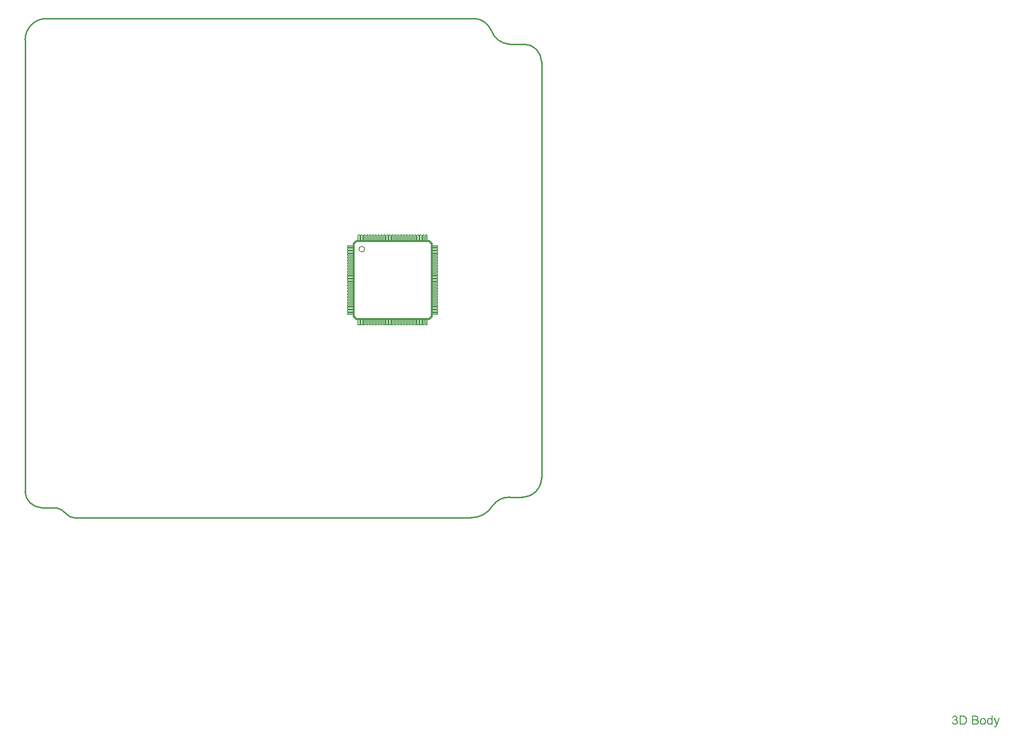
<source format=gm1>
G04*
G04 #@! TF.GenerationSoftware,Altium Limited,Altium Designer,22.10.1 (41)*
G04*
G04 Layer_Color=16711935*
%FSLAX25Y25*%
%MOIN*%
G70*
G04*
G04 #@! TF.SameCoordinates,259FC9CF-E4F6-480E-B3ED-B57B647CB087*
G04*
G04*
G04 #@! TF.FilePolarity,Positive*
G04*
G01*
G75*
%ADD11C,0.01000*%
%ADD177C,0.00500*%
G36*
X677463Y-145165D02*
X676743D01*
Y-144591D01*
X676734Y-144600D01*
X676725Y-144619D01*
X676698Y-144655D01*
X676661Y-144701D01*
X676616Y-144746D01*
X676561Y-144801D01*
X676497Y-144865D01*
X676415Y-144929D01*
X676333Y-144992D01*
X676242Y-145056D01*
X676133Y-145111D01*
X676015Y-145156D01*
X675896Y-145202D01*
X675760Y-145238D01*
X675614Y-145256D01*
X675459Y-145266D01*
X675404D01*
X675368Y-145256D01*
X675258Y-145247D01*
X675131Y-145229D01*
X674976Y-145193D01*
X674803Y-145138D01*
X674630Y-145065D01*
X674457Y-144965D01*
X674448D01*
X674438Y-144947D01*
X674384Y-144910D01*
X674302Y-144837D01*
X674202Y-144746D01*
X674083Y-144628D01*
X673965Y-144482D01*
X673846Y-144318D01*
X673746Y-144127D01*
Y-144118D01*
X673737Y-144099D01*
X673728Y-144072D01*
X673710Y-144036D01*
X673692Y-143981D01*
X673664Y-143917D01*
X673646Y-143853D01*
X673628Y-143772D01*
X673582Y-143589D01*
X673537Y-143380D01*
X673509Y-143143D01*
X673500Y-142888D01*
Y-142879D01*
Y-142860D01*
Y-142824D01*
Y-142769D01*
X673509Y-142715D01*
Y-142642D01*
X673527Y-142478D01*
X673555Y-142287D01*
X673600Y-142077D01*
X673655Y-141858D01*
X673728Y-141649D01*
Y-141640D01*
X673737Y-141622D01*
X673755Y-141594D01*
X673773Y-141558D01*
X673828Y-141458D01*
X673901Y-141330D01*
X673992Y-141193D01*
X674111Y-141057D01*
X674247Y-140911D01*
X674411Y-140793D01*
X674420D01*
X674429Y-140783D01*
X674457Y-140765D01*
X674493Y-140747D01*
X674584Y-140701D01*
X674712Y-140638D01*
X674858Y-140583D01*
X675031Y-140538D01*
X675222Y-140501D01*
X675422Y-140492D01*
X675495D01*
X675568Y-140501D01*
X675668Y-140510D01*
X675787Y-140538D01*
X675914Y-140565D01*
X676042Y-140610D01*
X676160Y-140674D01*
X676179Y-140683D01*
X676215Y-140701D01*
X676270Y-140747D01*
X676342Y-140793D01*
X676434Y-140856D01*
X676516Y-140938D01*
X676607Y-141020D01*
X676689Y-141121D01*
Y-138861D01*
X677463D01*
Y-145165D01*
D02*
G37*
G36*
X651254Y-138843D02*
X651372Y-138861D01*
X651518Y-138889D01*
X651682Y-138934D01*
X651846Y-138989D01*
X652010Y-139062D01*
X652019D01*
X652028Y-139071D01*
X652083Y-139098D01*
X652165Y-139153D01*
X652256Y-139216D01*
X652365Y-139308D01*
X652474Y-139408D01*
X652584Y-139526D01*
X652675Y-139663D01*
X652684Y-139681D01*
X652711Y-139727D01*
X652748Y-139809D01*
X652793Y-139909D01*
X652839Y-140027D01*
X652875Y-140164D01*
X652903Y-140319D01*
X652912Y-140474D01*
Y-140492D01*
Y-140547D01*
X652903Y-140620D01*
X652884Y-140720D01*
X652857Y-140838D01*
X652811Y-140966D01*
X652757Y-141093D01*
X652684Y-141221D01*
X652675Y-141239D01*
X652647Y-141275D01*
X652593Y-141339D01*
X652520Y-141412D01*
X652429Y-141494D01*
X652319Y-141585D01*
X652192Y-141667D01*
X652037Y-141749D01*
X652046D01*
X652064Y-141758D01*
X652092Y-141767D01*
X652128Y-141776D01*
X652228Y-141813D01*
X652356Y-141867D01*
X652502Y-141940D01*
X652647Y-142032D01*
X652784Y-142150D01*
X652912Y-142287D01*
X652921Y-142305D01*
X652957Y-142359D01*
X653012Y-142451D01*
X653066Y-142569D01*
X653121Y-142715D01*
X653176Y-142888D01*
X653212Y-143088D01*
X653221Y-143307D01*
Y-143316D01*
Y-143343D01*
Y-143389D01*
X653212Y-143444D01*
X653203Y-143517D01*
X653185Y-143598D01*
X653167Y-143690D01*
X653148Y-143790D01*
X653076Y-144008D01*
X653021Y-144127D01*
X652966Y-144236D01*
X652893Y-144355D01*
X652811Y-144473D01*
X652720Y-144591D01*
X652611Y-144701D01*
X652602Y-144710D01*
X652584Y-144728D01*
X652547Y-144755D01*
X652502Y-144792D01*
X652447Y-144837D01*
X652374Y-144883D01*
X652292Y-144938D01*
X652192Y-144983D01*
X652092Y-145038D01*
X651973Y-145092D01*
X651855Y-145138D01*
X651718Y-145184D01*
X651572Y-145220D01*
X651417Y-145247D01*
X651263Y-145266D01*
X651090Y-145275D01*
X651008D01*
X650953Y-145266D01*
X650880Y-145256D01*
X650798Y-145247D01*
X650707Y-145229D01*
X650607Y-145211D01*
X650388Y-145156D01*
X650160Y-145065D01*
X650042Y-145010D01*
X649933Y-144947D01*
X649823Y-144865D01*
X649714Y-144783D01*
X649705Y-144774D01*
X649687Y-144755D01*
X649659Y-144728D01*
X649632Y-144692D01*
X649586Y-144646D01*
X649541Y-144582D01*
X649486Y-144519D01*
X649432Y-144437D01*
X649377Y-144345D01*
X649322Y-144254D01*
X649222Y-144036D01*
X649140Y-143781D01*
X649113Y-143644D01*
X649094Y-143498D01*
X649869Y-143398D01*
Y-143407D01*
X649878Y-143425D01*
X649887Y-143462D01*
X649896Y-143507D01*
X649905Y-143562D01*
X649924Y-143626D01*
X649969Y-143762D01*
X650033Y-143926D01*
X650115Y-144081D01*
X650206Y-144227D01*
X650315Y-144355D01*
X650333Y-144364D01*
X650370Y-144400D01*
X650443Y-144446D01*
X650534Y-144491D01*
X650643Y-144546D01*
X650780Y-144591D01*
X650935Y-144628D01*
X651099Y-144637D01*
X651153D01*
X651190Y-144628D01*
X651290Y-144619D01*
X651417Y-144591D01*
X651563Y-144546D01*
X651718Y-144482D01*
X651873Y-144391D01*
X652019Y-144264D01*
X652037Y-144245D01*
X652083Y-144191D01*
X652137Y-144109D01*
X652210Y-143999D01*
X652283Y-143863D01*
X652338Y-143708D01*
X652383Y-143526D01*
X652401Y-143325D01*
Y-143316D01*
Y-143298D01*
Y-143271D01*
X652392Y-143234D01*
X652383Y-143134D01*
X652356Y-143015D01*
X652319Y-142870D01*
X652256Y-142724D01*
X652165Y-142578D01*
X652046Y-142441D01*
X652028Y-142423D01*
X651982Y-142387D01*
X651909Y-142332D01*
X651809Y-142268D01*
X651682Y-142205D01*
X651527Y-142150D01*
X651354Y-142113D01*
X651162Y-142095D01*
X651081D01*
X651017Y-142104D01*
X650935Y-142113D01*
X650844Y-142132D01*
X650734Y-142150D01*
X650616Y-142177D01*
X650707Y-141494D01*
X650752D01*
X650789Y-141503D01*
X650907D01*
X651008Y-141485D01*
X651126Y-141467D01*
X651263Y-141439D01*
X651417Y-141394D01*
X651563Y-141330D01*
X651718Y-141248D01*
X651727D01*
X651736Y-141239D01*
X651782Y-141202D01*
X651846Y-141139D01*
X651919Y-141057D01*
X651992Y-140938D01*
X652055Y-140802D01*
X652101Y-140647D01*
X652119Y-140556D01*
Y-140455D01*
Y-140446D01*
Y-140437D01*
Y-140383D01*
X652101Y-140310D01*
X652083Y-140209D01*
X652046Y-140100D01*
X652001Y-139982D01*
X651928Y-139863D01*
X651827Y-139754D01*
X651818Y-139745D01*
X651773Y-139708D01*
X651709Y-139663D01*
X651627Y-139608D01*
X651518Y-139563D01*
X651390Y-139517D01*
X651244Y-139481D01*
X651081Y-139472D01*
X651008D01*
X650926Y-139490D01*
X650816Y-139508D01*
X650698Y-139544D01*
X650579Y-139590D01*
X650452Y-139663D01*
X650333Y-139754D01*
X650324Y-139763D01*
X650288Y-139809D01*
X650233Y-139873D01*
X650170Y-139964D01*
X650106Y-140082D01*
X650042Y-140228D01*
X649987Y-140401D01*
X649951Y-140601D01*
X649177Y-140465D01*
Y-140455D01*
X649186Y-140428D01*
X649195Y-140392D01*
X649204Y-140337D01*
X649222Y-140273D01*
X649249Y-140200D01*
X649304Y-140027D01*
X649395Y-139827D01*
X649504Y-139627D01*
X649641Y-139435D01*
X649814Y-139262D01*
X649823Y-139253D01*
X649841Y-139244D01*
X649869Y-139226D01*
X649905Y-139198D01*
X649951Y-139162D01*
X650015Y-139125D01*
X650078Y-139089D01*
X650160Y-139043D01*
X650343Y-138971D01*
X650552Y-138898D01*
X650798Y-138852D01*
X650926Y-138834D01*
X651153D01*
X651254Y-138843D01*
D02*
G37*
G36*
X680697Y-145238D02*
Y-145247D01*
X680688Y-145275D01*
X680670Y-145311D01*
X680652Y-145357D01*
X680624Y-145420D01*
X680597Y-145493D01*
X680533Y-145648D01*
X680469Y-145821D01*
X680397Y-145994D01*
X680324Y-146149D01*
X680287Y-146213D01*
X680260Y-146277D01*
X680251Y-146295D01*
X680223Y-146341D01*
X680178Y-146404D01*
X680123Y-146486D01*
X680050Y-146577D01*
X679968Y-146669D01*
X679886Y-146760D01*
X679786Y-146833D01*
X679777Y-146842D01*
X679740Y-146860D01*
X679686Y-146887D01*
X679604Y-146924D01*
X679513Y-146960D01*
X679403Y-146987D01*
X679285Y-147006D01*
X679148Y-147015D01*
X679112D01*
X679066Y-147006D01*
X679003D01*
X678930Y-146987D01*
X678848Y-146969D01*
X678757Y-146951D01*
X678656Y-146915D01*
X678574Y-146195D01*
X678584D01*
X678620Y-146204D01*
X678665Y-146213D01*
X678720Y-146231D01*
X678866Y-146259D01*
X679012Y-146268D01*
X679057D01*
X679103Y-146259D01*
X679157D01*
X679294Y-146231D01*
X679358Y-146204D01*
X679422Y-146177D01*
X679431D01*
X679449Y-146158D01*
X679476Y-146140D01*
X679513Y-146113D01*
X679595Y-146040D01*
X679668Y-145940D01*
Y-145931D01*
X679686Y-145912D01*
X679704Y-145876D01*
X679722Y-145821D01*
X679759Y-145748D01*
X679795Y-145639D01*
X679850Y-145511D01*
X679905Y-145357D01*
Y-145348D01*
X679923Y-145311D01*
X679941Y-145247D01*
X679977Y-145165D01*
X678246Y-140592D01*
X679066D01*
X680023Y-143243D01*
Y-143252D01*
X680032Y-143261D01*
X680041Y-143289D01*
X680050Y-143334D01*
X680068Y-143380D01*
X680087Y-143435D01*
X680132Y-143562D01*
X680187Y-143717D01*
X680242Y-143899D01*
X680296Y-144090D01*
X680351Y-144300D01*
Y-144291D01*
X680360Y-144273D01*
X680369Y-144245D01*
X680378Y-144209D01*
X680387Y-144163D01*
X680406Y-144109D01*
X680442Y-143972D01*
X680488Y-143817D01*
X680551Y-143635D01*
X680606Y-143453D01*
X680679Y-143261D01*
X681663Y-140592D01*
X682437D01*
X680697Y-145238D01*
D02*
G37*
G36*
X665620Y-138870D02*
X665693D01*
X665857Y-138889D01*
X666039Y-138907D01*
X666230Y-138943D01*
X666422Y-138989D01*
X666595Y-139052D01*
X666604D01*
X666613Y-139062D01*
X666668Y-139089D01*
X666750Y-139135D01*
X666841Y-139198D01*
X666950Y-139280D01*
X667068Y-139381D01*
X667178Y-139508D01*
X667278Y-139645D01*
X667287Y-139663D01*
X667314Y-139718D01*
X667360Y-139790D01*
X667406Y-139900D01*
X667451Y-140027D01*
X667497Y-140164D01*
X667524Y-140319D01*
X667533Y-140474D01*
Y-140492D01*
Y-140538D01*
X667524Y-140620D01*
X667506Y-140720D01*
X667479Y-140838D01*
X667433Y-140966D01*
X667378Y-141093D01*
X667305Y-141230D01*
X667296Y-141248D01*
X667269Y-141285D01*
X667214Y-141357D01*
X667141Y-141430D01*
X667050Y-141521D01*
X666941Y-141622D01*
X666804Y-141713D01*
X666649Y-141804D01*
X666659D01*
X666677Y-141813D01*
X666704Y-141822D01*
X666741Y-141840D01*
X666850Y-141877D01*
X666977Y-141940D01*
X667114Y-142022D01*
X667269Y-142123D01*
X667406Y-142241D01*
X667533Y-142387D01*
X667542Y-142405D01*
X667579Y-142460D01*
X667633Y-142542D01*
X667688Y-142651D01*
X667743Y-142797D01*
X667797Y-142952D01*
X667834Y-143134D01*
X667843Y-143334D01*
Y-143343D01*
Y-143352D01*
Y-143407D01*
X667834Y-143498D01*
X667815Y-143607D01*
X667797Y-143735D01*
X667761Y-143872D01*
X667715Y-144018D01*
X667652Y-144163D01*
X667642Y-144182D01*
X667615Y-144227D01*
X667579Y-144291D01*
X667524Y-144382D01*
X667451Y-144473D01*
X667378Y-144573D01*
X667287Y-144673D01*
X667187Y-144755D01*
X667178Y-144764D01*
X667141Y-144792D01*
X667078Y-144828D01*
X666996Y-144865D01*
X666895Y-144919D01*
X666777Y-144974D01*
X666649Y-145020D01*
X666495Y-145065D01*
X666476D01*
X666422Y-145083D01*
X666331Y-145092D01*
X666212Y-145111D01*
X666066Y-145129D01*
X665893Y-145147D01*
X665702Y-145156D01*
X665483Y-145165D01*
X663078D01*
Y-138861D01*
X665556D01*
X665620Y-138870D01*
D02*
G37*
G36*
X656893D02*
X657075Y-138880D01*
X657257Y-138898D01*
X657439Y-138925D01*
X657594Y-138952D01*
X657603D01*
X657621Y-138961D01*
X657649D01*
X657685Y-138980D01*
X657785Y-139007D01*
X657913Y-139052D01*
X658059Y-139116D01*
X658214Y-139198D01*
X658368Y-139289D01*
X658514Y-139408D01*
X658523Y-139417D01*
X658532Y-139426D01*
X658560Y-139453D01*
X658596Y-139481D01*
X658687Y-139572D01*
X658797Y-139699D01*
X658915Y-139854D01*
X659043Y-140036D01*
X659161Y-140246D01*
X659261Y-140483D01*
Y-140492D01*
X659270Y-140510D01*
X659289Y-140547D01*
X659298Y-140601D01*
X659325Y-140665D01*
X659343Y-140738D01*
X659362Y-140820D01*
X659389Y-140920D01*
X659416Y-141020D01*
X659434Y-141139D01*
X659480Y-141394D01*
X659507Y-141676D01*
X659516Y-141986D01*
Y-141995D01*
Y-142013D01*
Y-142059D01*
Y-142104D01*
X659507Y-142168D01*
Y-142241D01*
X659498Y-142414D01*
X659471Y-142615D01*
X659444Y-142824D01*
X659398Y-143043D01*
X659343Y-143261D01*
Y-143271D01*
X659334Y-143289D01*
X659325Y-143316D01*
X659316Y-143352D01*
X659279Y-143453D01*
X659225Y-143580D01*
X659170Y-143726D01*
X659097Y-143872D01*
X659006Y-144027D01*
X658915Y-144172D01*
X658906Y-144191D01*
X658870Y-144236D01*
X658815Y-144300D01*
X658742Y-144382D01*
X658660Y-144473D01*
X658560Y-144564D01*
X658460Y-144664D01*
X658341Y-144746D01*
X658323Y-144755D01*
X658287Y-144783D01*
X658223Y-144819D01*
X658132Y-144865D01*
X658022Y-144919D01*
X657895Y-144965D01*
X657749Y-145020D01*
X657585Y-145065D01*
X657567D01*
X657540Y-145074D01*
X657512Y-145083D01*
X657421Y-145092D01*
X657294Y-145111D01*
X657148Y-145129D01*
X656975Y-145147D01*
X656783Y-145156D01*
X656574Y-145165D01*
X654305D01*
Y-138861D01*
X656729D01*
X656893Y-138870D01*
D02*
G37*
G36*
X670895Y-140501D02*
X670977Y-140510D01*
X671068Y-140528D01*
X671168Y-140547D01*
X671286Y-140565D01*
X671532Y-140647D01*
X671660Y-140692D01*
X671788Y-140756D01*
X671915Y-140820D01*
X672043Y-140911D01*
X672161Y-141002D01*
X672279Y-141111D01*
X672289Y-141121D01*
X672307Y-141139D01*
X672334Y-141175D01*
X672370Y-141221D01*
X672416Y-141285D01*
X672471Y-141367D01*
X672525Y-141458D01*
X672580Y-141558D01*
X672635Y-141667D01*
X672689Y-141804D01*
X672744Y-141940D01*
X672790Y-142095D01*
X672826Y-142259D01*
X672853Y-142432D01*
X672872Y-142615D01*
X672881Y-142815D01*
Y-142824D01*
Y-142851D01*
Y-142897D01*
Y-142961D01*
X672872Y-143034D01*
X672862Y-143125D01*
Y-143216D01*
X672844Y-143316D01*
X672817Y-143544D01*
X672762Y-143772D01*
X672698Y-143999D01*
X672607Y-144209D01*
Y-144218D01*
X672598Y-144227D01*
X672580Y-144254D01*
X672562Y-144291D01*
X672498Y-144382D01*
X672416Y-144491D01*
X672307Y-144619D01*
X672170Y-144746D01*
X672015Y-144874D01*
X671833Y-144992D01*
X671824D01*
X671815Y-145001D01*
X671788Y-145020D01*
X671742Y-145038D01*
X671696Y-145056D01*
X671642Y-145074D01*
X671505Y-145129D01*
X671350Y-145175D01*
X671159Y-145220D01*
X670959Y-145256D01*
X670740Y-145266D01*
X670649D01*
X670576Y-145256D01*
X670494Y-145247D01*
X670403Y-145229D01*
X670294Y-145211D01*
X670184Y-145193D01*
X669938Y-145120D01*
X669802Y-145065D01*
X669674Y-145010D01*
X669546Y-144938D01*
X669419Y-144856D01*
X669301Y-144764D01*
X669182Y-144655D01*
X669173Y-144646D01*
X669155Y-144628D01*
X669127Y-144591D01*
X669091Y-144537D01*
X669045Y-144473D01*
X669000Y-144400D01*
X668945Y-144309D01*
X668890Y-144200D01*
X668836Y-144081D01*
X668781Y-143945D01*
X668736Y-143799D01*
X668690Y-143644D01*
X668654Y-143471D01*
X668626Y-143289D01*
X668608Y-143088D01*
X668599Y-142879D01*
Y-142860D01*
Y-142824D01*
X668608Y-142760D01*
Y-142669D01*
X668617Y-142569D01*
X668635Y-142441D01*
X668654Y-142314D01*
X668690Y-142168D01*
X668726Y-142022D01*
X668772Y-141867D01*
X668827Y-141704D01*
X668900Y-141549D01*
X668972Y-141403D01*
X669073Y-141257D01*
X669173Y-141121D01*
X669301Y-141002D01*
X669310Y-140993D01*
X669328Y-140984D01*
X669364Y-140956D01*
X669410Y-140920D01*
X669464Y-140884D01*
X669537Y-140838D01*
X669610Y-140793D01*
X669701Y-140747D01*
X669802Y-140701D01*
X669911Y-140656D01*
X670157Y-140574D01*
X670439Y-140510D01*
X670585Y-140501D01*
X670740Y-140492D01*
X670831D01*
X670895Y-140501D01*
D02*
G37*
%LPC*%
G36*
X675504Y-141130D02*
X675459D01*
X675422Y-141139D01*
X675322Y-141148D01*
X675204Y-141184D01*
X675067Y-141230D01*
X674921Y-141312D01*
X674776Y-141412D01*
X674703Y-141485D01*
X674639Y-141558D01*
Y-141567D01*
X674621Y-141576D01*
X674612Y-141603D01*
X674584Y-141640D01*
X674557Y-141685D01*
X674530Y-141740D01*
X674502Y-141804D01*
X674466Y-141877D01*
X674429Y-141968D01*
X674402Y-142068D01*
X674375Y-142177D01*
X674347Y-142296D01*
X674329Y-142423D01*
X674311Y-142569D01*
X674293Y-142724D01*
Y-142888D01*
Y-142897D01*
Y-142924D01*
Y-142970D01*
X674302Y-143034D01*
Y-143106D01*
X674311Y-143189D01*
X674338Y-143380D01*
X674384Y-143589D01*
X674448Y-143808D01*
X674539Y-144018D01*
X674593Y-144109D01*
X674657Y-144200D01*
X674666D01*
X674675Y-144218D01*
X674721Y-144264D01*
X674803Y-144336D01*
X674903Y-144409D01*
X675031Y-144491D01*
X675185Y-144564D01*
X675350Y-144610D01*
X675441Y-144619D01*
X675532Y-144628D01*
X675577D01*
X675614Y-144619D01*
X675714Y-144610D01*
X675832Y-144573D01*
X675969Y-144528D01*
X676115Y-144455D01*
X676261Y-144355D01*
X676333Y-144291D01*
X676397Y-144218D01*
Y-144209D01*
X676415Y-144200D01*
X676434Y-144172D01*
X676452Y-144136D01*
X676479Y-144090D01*
X676516Y-144045D01*
X676543Y-143972D01*
X676579Y-143899D01*
X676616Y-143817D01*
X676643Y-143726D01*
X676680Y-143617D01*
X676707Y-143507D01*
X676725Y-143380D01*
X676743Y-143252D01*
X676762Y-143106D01*
Y-142952D01*
Y-142943D01*
Y-142906D01*
Y-142860D01*
X676753Y-142797D01*
Y-142724D01*
X676743Y-142633D01*
X676734Y-142533D01*
X676716Y-142423D01*
X676671Y-142205D01*
X676607Y-141977D01*
X676516Y-141758D01*
X676461Y-141667D01*
X676397Y-141576D01*
Y-141567D01*
X676379Y-141558D01*
X676333Y-141503D01*
X676251Y-141430D01*
X676151Y-141348D01*
X676024Y-141266D01*
X675869Y-141202D01*
X675696Y-141148D01*
X675605Y-141139D01*
X675504Y-141130D01*
D02*
G37*
G36*
X665411Y-139608D02*
X663916D01*
Y-141503D01*
X665465D01*
X665584Y-141494D01*
X665711Y-141485D01*
X665839Y-141476D01*
X665966Y-141458D01*
X666066Y-141439D01*
X666085Y-141430D01*
X666121Y-141421D01*
X666176Y-141394D01*
X666249Y-141357D01*
X666322Y-141321D01*
X666403Y-141266D01*
X666486Y-141193D01*
X666549Y-141121D01*
X666558Y-141111D01*
X666577Y-141084D01*
X666604Y-141029D01*
X666631Y-140966D01*
X666659Y-140893D01*
X666686Y-140802D01*
X666704Y-140692D01*
X666713Y-140574D01*
Y-140556D01*
Y-140519D01*
X666704Y-140465D01*
X666695Y-140392D01*
X666677Y-140301D01*
X666649Y-140209D01*
X666613Y-140118D01*
X666558Y-140027D01*
X666549Y-140018D01*
X666531Y-139991D01*
X666495Y-139945D01*
X666449Y-139900D01*
X666385Y-139845D01*
X666312Y-139790D01*
X666221Y-139736D01*
X666121Y-139699D01*
X666112D01*
X666066Y-139681D01*
X666003Y-139672D01*
X665902Y-139654D01*
X665766Y-139636D01*
X665611Y-139627D01*
X665411Y-139608D01*
D02*
G37*
G36*
X665575Y-142250D02*
X663916D01*
Y-144418D01*
X665711D01*
X665902Y-144409D01*
X665984Y-144400D01*
X666057Y-144391D01*
X666066D01*
X666103Y-144382D01*
X666157Y-144373D01*
X666221Y-144355D01*
X666376Y-144300D01*
X666531Y-144227D01*
X666540Y-144218D01*
X666568Y-144200D01*
X666604Y-144172D01*
X666649Y-144136D01*
X666695Y-144081D01*
X666759Y-144027D01*
X666804Y-143954D01*
X666859Y-143872D01*
X666868Y-143863D01*
X666877Y-143835D01*
X666895Y-143781D01*
X666923Y-143717D01*
X666950Y-143644D01*
X666968Y-143553D01*
X666977Y-143444D01*
X666987Y-143334D01*
Y-143316D01*
Y-143280D01*
X666977Y-143207D01*
X666959Y-143125D01*
X666941Y-143034D01*
X666904Y-142933D01*
X666859Y-142833D01*
X666795Y-142733D01*
X666786Y-142724D01*
X666759Y-142687D01*
X666722Y-142642D01*
X666668Y-142587D01*
X666595Y-142524D01*
X666504Y-142460D01*
X666403Y-142405D01*
X666285Y-142359D01*
X666267Y-142350D01*
X666230Y-142341D01*
X666148Y-142323D01*
X666048Y-142305D01*
X665921Y-142287D01*
X665766Y-142268D01*
X665575Y-142250D01*
D02*
G37*
G36*
X656601Y-139608D02*
X655143D01*
Y-144418D01*
X656638D01*
X656701Y-144409D01*
X656838Y-144400D01*
X656993Y-144391D01*
X657157Y-144373D01*
X657321Y-144345D01*
X657457Y-144309D01*
X657476Y-144300D01*
X657521Y-144291D01*
X657585Y-144264D01*
X657667Y-144227D01*
X657758Y-144172D01*
X657849Y-144118D01*
X657940Y-144054D01*
X658031Y-143981D01*
X658041Y-143963D01*
X658077Y-143926D01*
X658132Y-143863D01*
X658195Y-143772D01*
X658268Y-143653D01*
X658350Y-143517D01*
X658423Y-143362D01*
X658487Y-143189D01*
Y-143179D01*
X658496Y-143161D01*
X658505Y-143134D01*
X658514Y-143097D01*
X658523Y-143052D01*
X658542Y-142988D01*
X658560Y-142924D01*
X658578Y-142851D01*
X658605Y-142669D01*
X658633Y-142460D01*
X658651Y-142223D01*
X658660Y-141968D01*
Y-141959D01*
Y-141922D01*
Y-141877D01*
X658651Y-141804D01*
Y-141722D01*
X658642Y-141631D01*
X658633Y-141521D01*
X658624Y-141412D01*
X658578Y-141166D01*
X658523Y-140911D01*
X658441Y-140674D01*
X658387Y-140556D01*
X658332Y-140455D01*
Y-140446D01*
X658314Y-140428D01*
X658296Y-140401D01*
X658277Y-140364D01*
X658205Y-140273D01*
X658113Y-140164D01*
X657995Y-140045D01*
X657858Y-139927D01*
X657703Y-139827D01*
X657540Y-139745D01*
X657521Y-139736D01*
X657476Y-139727D01*
X657394Y-139699D01*
X657275Y-139672D01*
X657129Y-139654D01*
X656947Y-139627D01*
X656838Y-139617D01*
X656720D01*
X656601Y-139608D01*
D02*
G37*
G36*
X670740Y-141130D02*
X670685D01*
X670640Y-141139D01*
X670539Y-141148D01*
X670403Y-141184D01*
X670248Y-141239D01*
X670084Y-141312D01*
X669929Y-141421D01*
X669847Y-141494D01*
X669774Y-141567D01*
Y-141576D01*
X669756Y-141585D01*
X669738Y-141613D01*
X669710Y-141649D01*
X669683Y-141694D01*
X669656Y-141749D01*
X669619Y-141822D01*
X669583Y-141895D01*
X669546Y-141986D01*
X669510Y-142077D01*
X669483Y-142186D01*
X669455Y-142305D01*
X669428Y-142432D01*
X669410Y-142569D01*
X669401Y-142724D01*
X669392Y-142879D01*
Y-142888D01*
Y-142915D01*
Y-142961D01*
X669401Y-143025D01*
Y-143097D01*
X669410Y-143179D01*
X669437Y-143371D01*
X669483Y-143589D01*
X669556Y-143808D01*
X669647Y-144018D01*
X669710Y-144109D01*
X669774Y-144200D01*
X669783D01*
X669792Y-144218D01*
X669847Y-144264D01*
X669929Y-144336D01*
X670038Y-144409D01*
X670175Y-144491D01*
X670339Y-144564D01*
X670530Y-144610D01*
X670631Y-144619D01*
X670740Y-144628D01*
X670794D01*
X670840Y-144619D01*
X670940Y-144600D01*
X671077Y-144573D01*
X671223Y-144519D01*
X671387Y-144446D01*
X671542Y-144336D01*
X671624Y-144264D01*
X671696Y-144191D01*
X671705Y-144182D01*
X671715Y-144172D01*
X671733Y-144145D01*
X671760Y-144109D01*
X671788Y-144063D01*
X671824Y-144008D01*
X671860Y-143936D01*
X671897Y-143863D01*
X671933Y-143772D01*
X671961Y-143671D01*
X671997Y-143562D01*
X672024Y-143444D01*
X672052Y-143307D01*
X672070Y-143170D01*
X672088Y-143015D01*
Y-142851D01*
Y-142842D01*
Y-142815D01*
Y-142769D01*
X672079Y-142715D01*
Y-142642D01*
X672070Y-142560D01*
X672043Y-142369D01*
X671997Y-142168D01*
X671924Y-141949D01*
X671824Y-141749D01*
X671769Y-141649D01*
X671696Y-141567D01*
Y-141558D01*
X671678Y-141549D01*
X671624Y-141494D01*
X671542Y-141430D01*
X671432Y-141348D01*
X671296Y-141266D01*
X671132Y-141193D01*
X670949Y-141148D01*
X670849Y-141139D01*
X670740Y-141130D01*
D02*
G37*
%LPD*%
D11*
X14449Y349882D02*
G03*
X45Y335005I609J-15002D01*
G01*
X326575Y341220D02*
G03*
X314724Y349882I-12571J-4763D01*
G01*
X326575Y341339D02*
G03*
X338898Y331928I13326J4677D01*
G01*
X361631Y319611D02*
G03*
X349410Y331906I-12330J-35D01*
G01*
X339435Y14356D02*
G03*
X327284Y8150I-253J-14503D01*
G01*
X348242Y14356D02*
G03*
X361631Y27953I-102J13490D01*
G01*
X311967Y-72D02*
G03*
X327284Y8150I575J17307D01*
G01*
X29278Y2252D02*
G03*
X34488Y-72I4950J4095D01*
G01*
X29278Y2252D02*
G03*
X21524Y6947I-10086J-7908D01*
G01*
X39Y18032D02*
G03*
X11317Y6947I11796J722D01*
G01*
X39Y18032D02*
Y334880D01*
X14449Y349882D02*
X16575D01*
X314724D01*
X338898Y331928D02*
X349301D01*
X361631Y27953D02*
X361631Y319611D01*
X339181Y14356D02*
X348242D01*
X34488Y-72D02*
X311967Y-72D01*
X11317Y6947D02*
X21524D01*
D177*
X237248Y198056D02*
G03*
X237209Y198016I-0J-39D01*
G01*
X238272D02*
G03*
X238232Y198056I-39J-0D01*
G01*
X225929Y173942D02*
G03*
X225968Y173902I39J-0D01*
G01*
Y174965D02*
G03*
X225929Y174926I0J-39D01*
G01*
Y152288D02*
G03*
X225968Y152249I39J0D01*
G01*
Y153312D02*
G03*
X225929Y153272I0J-39D01*
G01*
X277602Y135064D02*
G03*
X277642Y135103I0J39D01*
G01*
X276579D02*
G03*
X276618Y135064I39J-0D01*
G01*
X265791D02*
G03*
X265831Y135103I-0J39D01*
G01*
X264768D02*
G03*
X264807Y135064I39J-0D01*
G01*
X244138D02*
G03*
X244177Y135103I0J39D01*
G01*
X243114D02*
G03*
X243154Y135064I39J0D01*
G01*
X288921Y159178D02*
G03*
X288882Y159217I-39J0D01*
G01*
Y158154D02*
G03*
X288921Y158194I0J39D01*
G01*
Y180831D02*
G03*
X288882Y180871I-39J0D01*
G01*
Y179808D02*
G03*
X288921Y179847I0J39D01*
G01*
X270712Y198056D02*
G03*
X270673Y198016I0J-39D01*
G01*
X271736D02*
G03*
X271697Y198056I-39J-0D01*
G01*
X249059D02*
G03*
X249020Y198016I-0J-39D01*
G01*
X250083D02*
G03*
X250043Y198056I-39J-0D01*
G01*
X225929Y185753D02*
G03*
X225968Y185713I39J-0D01*
G01*
Y186776D02*
G03*
X225929Y186737I0J-39D01*
G01*
Y164099D02*
G03*
X225968Y164060I39J-0D01*
G01*
Y165123D02*
G03*
X225929Y165083I0J-39D01*
G01*
Y142446D02*
G03*
X225968Y142406I39J-0D01*
G01*
Y143469D02*
G03*
X225929Y143430I0J-39D01*
G01*
X288921Y147367D02*
G03*
X288882Y147406I-39J-0D01*
G01*
Y146343D02*
G03*
X288921Y146382I0J39D01*
G01*
X253980Y135064D02*
G03*
X254020Y135103I0J39D01*
G01*
X252957D02*
G03*
X252996Y135064I39J0D01*
G01*
X288921Y169020D02*
G03*
X288882Y169060I-39J0D01*
G01*
Y167997D02*
G03*
X288921Y168036I0J39D01*
G01*
Y190674D02*
G03*
X288882Y190713I-39J-0D01*
G01*
Y189650D02*
G03*
X288921Y189690I0J39D01*
G01*
X260870Y198056D02*
G03*
X260831Y198016I-0J-39D01*
G01*
X261894D02*
G03*
X261854Y198056I-39J0D01*
G01*
X239216D02*
G03*
X239177Y198016I-0J-39D01*
G01*
X240240D02*
G03*
X240201Y198056I-39J-0D01*
G01*
X225929Y175910D02*
G03*
X225968Y175871I39J-0D01*
G01*
Y176934D02*
G03*
X225929Y176894I0J-39D01*
G01*
Y154256D02*
G03*
X225968Y154217I39J0D01*
G01*
Y155280D02*
G03*
X225929Y155241I0J-39D01*
G01*
X275634Y135064D02*
G03*
X275673Y135103I0J39D01*
G01*
X274610D02*
G03*
X274650Y135064I39J-0D01*
G01*
X263823D02*
G03*
X263862Y135103I-0J39D01*
G01*
X262799D02*
G03*
X262839Y135064I39J0D01*
G01*
X242169D02*
G03*
X242209Y135103I0J39D01*
G01*
X241146D02*
G03*
X241185Y135064I39J0D01*
G01*
X288921Y157209D02*
G03*
X288882Y157249I-39J0D01*
G01*
Y156186D02*
G03*
X288921Y156225I0J39D01*
G01*
Y178863D02*
G03*
X288882Y178902I-39J0D01*
G01*
Y177839D02*
G03*
X288921Y177879I0J39D01*
G01*
X272681Y198056D02*
G03*
X272642Y198016I0J-39D01*
G01*
X273705D02*
G03*
X273665Y198056I-39J-0D01*
G01*
X251027D02*
G03*
X250988Y198016I-0J-39D01*
G01*
X252051D02*
G03*
X252012Y198056I-39J-0D01*
G01*
X225929Y187721D02*
G03*
X225968Y187682I39J-0D01*
G01*
Y188745D02*
G03*
X225929Y188705I0J-39D01*
G01*
Y166068D02*
G03*
X225968Y166028I39J-0D01*
G01*
Y167091D02*
G03*
X225929Y167052I0J-39D01*
G01*
Y144414D02*
G03*
X225968Y144375I39J-0D01*
G01*
Y145438D02*
G03*
X225929Y145398I0J-39D01*
G01*
X288921D02*
G03*
X288882Y145438I-39J-0D01*
G01*
Y144375D02*
G03*
X288921Y144414I0J39D01*
G01*
X252012Y135064D02*
G03*
X252051Y135103I0J39D01*
G01*
X250988D02*
G03*
X251027Y135064I39J0D01*
G01*
X288921Y167052D02*
G03*
X288882Y167091I-39J0D01*
G01*
Y166028D02*
G03*
X288921Y166068I0J39D01*
G01*
Y188705D02*
G03*
X288882Y188745I-39J-0D01*
G01*
Y187682D02*
G03*
X288921Y187721I0J39D01*
G01*
X262839Y198056D02*
G03*
X262799Y198016I-0J-39D01*
G01*
X263862D02*
G03*
X263823Y198056I-39J0D01*
G01*
X241185D02*
G03*
X241146Y198016I-0J-39D01*
G01*
X242209D02*
G03*
X242169Y198056I-39J-0D01*
G01*
X225929Y177879D02*
G03*
X225968Y177839I39J-0D01*
G01*
Y178902D02*
G03*
X225929Y178863I0J-39D01*
G01*
Y156225D02*
G03*
X225968Y156186I39J0D01*
G01*
Y157249D02*
G03*
X225929Y157209I0J-39D01*
G01*
X273665Y135064D02*
G03*
X273705Y135103I0J39D01*
G01*
X272642D02*
G03*
X272681Y135064I39J-0D01*
G01*
X261854D02*
G03*
X261894Y135103I-0J39D01*
G01*
X260831D02*
G03*
X260870Y135064I39J0D01*
G01*
X240201D02*
G03*
X240240Y135103I0J39D01*
G01*
X239177D02*
G03*
X239216Y135064I39J0D01*
G01*
X288921Y155241D02*
G03*
X288882Y155280I-39J0D01*
G01*
Y154217D02*
G03*
X288921Y154256I0J39D01*
G01*
Y176894D02*
G03*
X288882Y176934I-39J0D01*
G01*
Y175871D02*
G03*
X288921Y175910I0J39D01*
G01*
X274650Y198056D02*
G03*
X274610Y198016I0J-39D01*
G01*
X275673D02*
G03*
X275634Y198056I-39J-0D01*
G01*
X252996D02*
G03*
X252957Y198016I-0J-39D01*
G01*
X254020D02*
G03*
X253980Y198056I-39J-0D01*
G01*
X225929Y189690D02*
G03*
X225968Y189650I39J-0D01*
G01*
Y190713D02*
G03*
X225929Y190674I0J-39D01*
G01*
Y168036D02*
G03*
X225968Y167997I39J-0D01*
G01*
Y169060D02*
G03*
X225929Y169020I0J-39D01*
G01*
Y146382D02*
G03*
X225968Y146343I39J-0D01*
G01*
Y147406D02*
G03*
X225929Y147367I0J-39D01*
G01*
X288921Y143430D02*
G03*
X288882Y143469I-39J-0D01*
G01*
Y142406D02*
G03*
X288921Y142446I0J39D01*
G01*
X250043Y135064D02*
G03*
X250083Y135103I0J39D01*
G01*
X249020D02*
G03*
X249059Y135064I39J0D01*
G01*
X288921Y165083D02*
G03*
X288882Y165123I-39J0D01*
G01*
Y164060D02*
G03*
X288921Y164099I0J39D01*
G01*
X258902Y198056D02*
G03*
X258862Y198016I-0J-39D01*
G01*
X259925D02*
G03*
X259886Y198056I-39J0D01*
G01*
X288921Y186737D02*
G03*
X288882Y186776I-39J0D01*
G01*
Y185713D02*
G03*
X288921Y185753I0J39D01*
G01*
X264807Y198056D02*
G03*
X264768Y198016I0J-39D01*
G01*
X265831D02*
G03*
X265791Y198056I-39J0D01*
G01*
X243154D02*
G03*
X243114Y198016I-0J-39D01*
G01*
X244177D02*
G03*
X244138Y198056I-39J-0D01*
G01*
X225929Y179847D02*
G03*
X225968Y179808I39J-0D01*
G01*
Y180871D02*
G03*
X225929Y180831I0J-39D01*
G01*
Y158194D02*
G03*
X225968Y158154I39J0D01*
G01*
Y159217D02*
G03*
X225929Y159178I0J-39D01*
G01*
X271697Y135064D02*
G03*
X271736Y135103I0J39D01*
G01*
X270673D02*
G03*
X270712Y135064I39J-0D01*
G01*
X259886D02*
G03*
X259925Y135103I-0J39D01*
G01*
X258862D02*
G03*
X258902Y135064I39J0D01*
G01*
X238232D02*
G03*
X238272Y135103I0J39D01*
G01*
X237209D02*
G03*
X237248Y135064I39J0D01*
G01*
X288921Y153272D02*
G03*
X288882Y153312I-39J0D01*
G01*
Y152249D02*
G03*
X288921Y152288I0J39D01*
G01*
Y174926D02*
G03*
X288882Y174965I-39J0D01*
G01*
Y173902D02*
G03*
X288921Y173942I0J39D01*
G01*
X276618Y198056D02*
G03*
X276579Y198016I0J-39D01*
G01*
X277642D02*
G03*
X277602Y198056I-39J-0D01*
G01*
X254964D02*
G03*
X254925Y198016I-0J-39D01*
G01*
X255988D02*
G03*
X255949Y198056I-39J0D01*
G01*
X233311D02*
G03*
X233272Y198016I-0J-39D01*
G01*
X234335D02*
G03*
X234295Y198056I-39J-0D01*
G01*
X225929Y170005D02*
G03*
X225968Y169965I39J-0D01*
G01*
Y171028D02*
G03*
X225929Y170989I0J-39D01*
G01*
Y148351D02*
G03*
X225968Y148312I39J0D01*
G01*
Y149375D02*
G03*
X225929Y149335I0J-39D01*
G01*
X281539Y135064D02*
G03*
X281579Y135103I0J39D01*
G01*
X280516D02*
G03*
X280555Y135064I39J0D01*
G01*
X248075D02*
G03*
X248114Y135103I0J39D01*
G01*
X247051D02*
G03*
X247091Y135064I39J0D01*
G01*
X288921Y163115D02*
G03*
X288882Y163154I-39J0D01*
G01*
Y162091D02*
G03*
X288921Y162130I0J39D01*
G01*
Y184768D02*
G03*
X288882Y184808I-39J0D01*
G01*
Y183745D02*
G03*
X288921Y183784I0J39D01*
G01*
X266775Y198056D02*
G03*
X266736Y198016I0J-39D01*
G01*
X267799D02*
G03*
X267760Y198056I-39J0D01*
G01*
X245122D02*
G03*
X245083Y198016I-0J-39D01*
G01*
X246146D02*
G03*
X246106Y198056I-39J-0D01*
G01*
X225929Y181816D02*
G03*
X225968Y181776I39J-0D01*
G01*
Y182839D02*
G03*
X225929Y182800I0J-39D01*
G01*
Y160162D02*
G03*
X225968Y160123I39J0D01*
G01*
Y161186D02*
G03*
X225929Y161146I0J-39D01*
G01*
X269728Y135064D02*
G03*
X269768Y135103I0J39D01*
G01*
X268705D02*
G03*
X268744Y135064I39J-0D01*
G01*
X236264D02*
G03*
X236303Y135103I0J39D01*
G01*
X235240D02*
G03*
X235279Y135064I39J0D01*
G01*
X288921Y151304D02*
G03*
X288882Y151343I-39J-0D01*
G01*
Y150280D02*
G03*
X288921Y150320I0J39D01*
G01*
X257917Y135064D02*
G03*
X257957Y135103I-0J39D01*
G01*
X256894D02*
G03*
X256933Y135064I39J0D01*
G01*
X288921Y172957D02*
G03*
X288882Y172997I-39J0D01*
G01*
Y171934D02*
G03*
X288921Y171973I0J39D01*
G01*
X278587Y198056D02*
G03*
X278547Y198016I0J-39D01*
G01*
X279610D02*
G03*
X279571Y198056I-39J-0D01*
G01*
X256933D02*
G03*
X256894Y198016I-0J-39D01*
G01*
X257957D02*
G03*
X257917Y198056I-39J0D01*
G01*
X235279D02*
G03*
X235240Y198016I-0J-39D01*
G01*
X236303D02*
G03*
X236264Y198056I-39J-0D01*
G01*
X225929Y171973D02*
G03*
X225968Y171934I39J-0D01*
G01*
Y172997D02*
G03*
X225929Y172957I0J-39D01*
G01*
Y150320D02*
G03*
X225968Y150280I39J0D01*
G01*
Y151343D02*
G03*
X225929Y151304I0J-39D01*
G01*
X279571Y135064D02*
G03*
X279610Y135103I0J39D01*
G01*
X278547D02*
G03*
X278587Y135064I39J-0D01*
G01*
X267760D02*
G03*
X267799Y135103I-0J39D01*
G01*
X266736D02*
G03*
X266775Y135064I39J-0D01*
G01*
X246106D02*
G03*
X246146Y135103I0J39D01*
G01*
X245083D02*
G03*
X245122Y135064I39J0D01*
G01*
X288921Y161146D02*
G03*
X288882Y161186I-39J0D01*
G01*
Y160123D02*
G03*
X288921Y160162I0J39D01*
G01*
Y182800D02*
G03*
X288882Y182839I-39J0D01*
G01*
Y181776D02*
G03*
X288921Y181816I0J39D01*
G01*
X268744Y198056D02*
G03*
X268705Y198016I0J-39D01*
G01*
X269768D02*
G03*
X269728Y198056I-39J-0D01*
G01*
X247091D02*
G03*
X247051Y198016I-0J-39D01*
G01*
X248114D02*
G03*
X248075Y198056I-39J-0D01*
G01*
X225929Y183784D02*
G03*
X225968Y183745I39J-0D01*
G01*
Y184808D02*
G03*
X225929Y184768I0J-39D01*
G01*
Y162130D02*
G03*
X225968Y162091I39J0D01*
G01*
Y163154D02*
G03*
X225929Y163115I0J-39D01*
G01*
X234295Y135064D02*
G03*
X234335Y135103I0J39D01*
G01*
X233272D02*
G03*
X233311Y135064I39J0D01*
G01*
X288921Y149335D02*
G03*
X288882Y149375I-39J-0D01*
G01*
Y148312D02*
G03*
X288921Y148351I0J39D01*
G01*
X255949Y135064D02*
G03*
X255988Y135103I-0J39D01*
G01*
X254925D02*
G03*
X254964Y135064I39J0D01*
G01*
X288921Y170989D02*
G03*
X288882Y171028I-39J0D01*
G01*
Y169965D02*
G03*
X288921Y170005I0J39D01*
G01*
X280555Y198056D02*
G03*
X280516Y198016I-0J-39D01*
G01*
X281579D02*
G03*
X281539Y198056I-39J-0D01*
G01*
X235772Y190182D02*
G03*
X235772Y186245I0J-1969D01*
G01*
D02*
G03*
X235772Y190182I0J1969D01*
G01*
X238272Y195631D02*
Y196195D01*
Y194909D02*
Y195631D01*
Y194119D02*
Y194909D01*
X237248Y198056D02*
X238232D01*
X237209Y194909D02*
Y195631D01*
Y196586D02*
Y198016D01*
Y195631D02*
Y196195D01*
X238272D02*
Y196586D01*
Y198016D01*
X237209Y196195D02*
Y196586D01*
Y194119D02*
Y194909D01*
X227790Y174965D02*
X228354D01*
X229076D01*
X229866D01*
X225929Y173942D02*
Y174926D01*
X228354Y173902D02*
X229076D01*
X225968D02*
X227399D01*
X227790D02*
X228354D01*
X227399Y174965D02*
X227790D01*
X225968D02*
X227399D01*
Y173902D02*
X227790D01*
X229076D02*
X229866D01*
X227790Y153312D02*
X228354D01*
X229076D01*
X229866D01*
X225929Y152288D02*
Y153272D01*
X228354Y152249D02*
X229076D01*
X225968D02*
X227399D01*
X227790D02*
X228354D01*
X227399Y153312D02*
X227790D01*
X225968D02*
X227399D01*
Y152249D02*
X227790D01*
X229076D02*
X229866D01*
X276579Y136925D02*
Y137488D01*
Y138211D01*
Y139001D01*
X276618Y135064D02*
X277602D01*
X277642Y137488D02*
Y138211D01*
Y135103D02*
Y136533D01*
Y136925D02*
Y137488D01*
X276579Y136533D02*
Y136925D01*
Y135103D02*
Y136533D01*
X277642D02*
Y136925D01*
Y138211D02*
Y139001D01*
X264768Y136925D02*
Y137488D01*
Y138211D01*
Y139001D01*
X264807Y135064D02*
X265791D01*
X265831Y137488D02*
Y138211D01*
Y135103D02*
Y136533D01*
Y136925D02*
Y137488D01*
X264768Y136533D02*
Y136925D01*
Y135103D02*
Y136533D01*
X265831D02*
Y136925D01*
Y138211D02*
Y139001D01*
X243114Y136925D02*
Y137488D01*
Y138211D01*
Y139001D01*
X243154Y135064D02*
X244138D01*
X244177Y137488D02*
Y138211D01*
Y135103D02*
Y136533D01*
Y136925D02*
Y137488D01*
X243114Y136533D02*
Y136925D01*
Y135103D02*
Y136533D01*
X244177D02*
Y136925D01*
Y138211D02*
Y139001D01*
X286496Y158154D02*
X287060D01*
X285774D02*
X286496D01*
X284984D02*
X285774D01*
X288921Y158194D02*
Y159178D01*
X285774Y159217D02*
X286496D01*
X287452D02*
X288882D01*
X286496D02*
X287060D01*
Y158154D02*
X287452D01*
X288882D01*
X287060Y159217D02*
X287452D01*
X284984D02*
X285774D01*
X286496Y179808D02*
X287060D01*
X285774D02*
X286496D01*
X284984D02*
X285774D01*
X288921Y179847D02*
Y180831D01*
X285774Y180871D02*
X286496D01*
X287452D02*
X288882D01*
X286496D02*
X287060D01*
Y179808D02*
X287452D01*
X288882D01*
X287060Y180871D02*
X287452D01*
X284984D02*
X285774D01*
X271736Y195631D02*
Y196195D01*
Y194909D02*
Y195631D01*
Y194119D02*
Y194909D01*
X270712Y198056D02*
X271697D01*
X270673Y194909D02*
Y195631D01*
Y196586D02*
Y198016D01*
Y195631D02*
Y196195D01*
X271736D02*
Y196586D01*
Y198016D01*
X270673Y196195D02*
Y196586D01*
Y194119D02*
Y194909D01*
X250083Y195631D02*
Y196195D01*
Y194909D02*
Y195631D01*
Y194119D02*
Y194909D01*
X249059Y198056D02*
X250043D01*
X249020Y194909D02*
Y195631D01*
Y196586D02*
Y198016D01*
Y195631D02*
Y196195D01*
X250083D02*
Y196586D01*
Y198016D01*
X249020Y196195D02*
Y196586D01*
Y194119D02*
Y194909D01*
X227790Y186776D02*
X228354D01*
X229076D01*
X229866D01*
X225929Y185753D02*
Y186737D01*
X228354Y185713D02*
X229076D01*
X225968D02*
X227399D01*
X227790D02*
X228354D01*
X227399Y186776D02*
X227790D01*
X225968D02*
X227399D01*
Y185713D02*
X227790D01*
X229076D02*
X229866D01*
X227790Y165123D02*
X228354D01*
X229076D01*
X229866D01*
X225929Y164099D02*
Y165083D01*
X228354Y164060D02*
X229076D01*
X225968D02*
X227399D01*
X227790D02*
X228354D01*
X227399Y165123D02*
X227790D01*
X225968D02*
X227399D01*
Y164060D02*
X227790D01*
X229076D02*
X229866D01*
X227790Y143469D02*
X228354D01*
X229076D01*
X229866D01*
X225929Y142446D02*
Y143430D01*
X228354Y142406D02*
X229076D01*
X225968D02*
X227399D01*
X227790D02*
X228354D01*
X227399Y143469D02*
X227790D01*
X225968D02*
X227399D01*
Y142406D02*
X227790D01*
X229076D02*
X229866D01*
X286496Y146343D02*
X287060D01*
X285774D02*
X286496D01*
X284984D02*
X285774D01*
X288921Y146382D02*
Y147367D01*
X285774Y147406D02*
X286496D01*
X287452D02*
X288882D01*
X286496D02*
X287060D01*
Y146343D02*
X287452D01*
X288882D01*
X287060Y147406D02*
X287452D01*
X284984D02*
X285774D01*
X252957Y136925D02*
Y137488D01*
Y138211D01*
Y139001D01*
X252996Y135064D02*
X253980D01*
X254020Y137488D02*
Y138211D01*
Y135103D02*
Y136533D01*
Y136925D02*
Y137488D01*
X252957Y136533D02*
Y136925D01*
Y135103D02*
Y136533D01*
X254020D02*
Y136925D01*
Y138211D02*
Y139001D01*
X286496Y167997D02*
X287060D01*
X285774D02*
X286496D01*
X284984D02*
X285774D01*
X288921Y168036D02*
Y169020D01*
X285774Y169060D02*
X286496D01*
X287452D02*
X288882D01*
X286496D02*
X287060D01*
Y167997D02*
X287452D01*
X288882D01*
X287060Y169060D02*
X287452D01*
X284984D02*
X285774D01*
X286496Y189650D02*
X287060D01*
X285774D02*
X286496D01*
X284984D02*
X285774D01*
X288921Y189690D02*
Y190674D01*
X285774Y190713D02*
X286496D01*
X287452D02*
X288882D01*
X286496D02*
X287060D01*
Y189650D02*
X287452D01*
X288882D01*
X287060Y190713D02*
X287452D01*
X284984D02*
X285774D01*
X261894Y195631D02*
Y196195D01*
Y194909D02*
Y195631D01*
Y194119D02*
Y194909D01*
X260870Y198056D02*
X261854D01*
X260831Y194909D02*
Y195631D01*
Y196586D02*
Y198016D01*
Y195631D02*
Y196195D01*
X261894D02*
Y196586D01*
Y198016D01*
X260831Y196195D02*
Y196586D01*
Y194119D02*
Y194909D01*
X240240Y195631D02*
Y196195D01*
Y194909D02*
Y195631D01*
Y194119D02*
Y194909D01*
X239216Y198056D02*
X240201D01*
X239177Y194909D02*
Y195631D01*
Y196586D02*
Y198016D01*
Y195631D02*
Y196195D01*
X240240D02*
Y196586D01*
Y198016D01*
X239177Y196195D02*
Y196586D01*
Y194119D02*
Y194909D01*
X227790Y176934D02*
X228354D01*
X229076D01*
X229866D01*
X225929Y175910D02*
Y176894D01*
X228354Y175871D02*
X229076D01*
X225968D02*
X227399D01*
X227790D02*
X228354D01*
X227399Y176934D02*
X227790D01*
X225968D02*
X227399D01*
Y175871D02*
X227790D01*
X229076D02*
X229866D01*
X227790Y155280D02*
X228354D01*
X229076D01*
X229866D01*
X225929Y154256D02*
Y155241D01*
X228354Y154217D02*
X229076D01*
X225968D02*
X227399D01*
X227790D02*
X228354D01*
X227399Y155280D02*
X227790D01*
X225968D02*
X227399D01*
Y154217D02*
X227790D01*
X229076D02*
X229866D01*
X274610Y136925D02*
Y137488D01*
Y138211D01*
Y139001D01*
X274650Y135064D02*
X275634D01*
X275673Y137488D02*
Y138211D01*
Y135103D02*
Y136533D01*
Y136925D02*
Y137488D01*
X274610Y136533D02*
Y136925D01*
Y135103D02*
Y136533D01*
X275673D02*
Y136925D01*
Y138211D02*
Y139001D01*
X262799Y136925D02*
Y137488D01*
Y138211D01*
Y139001D01*
X262839Y135064D02*
X263823D01*
X263862Y137488D02*
Y138211D01*
Y135103D02*
Y136533D01*
Y136925D02*
Y137488D01*
X262799Y136533D02*
Y136925D01*
Y135103D02*
Y136533D01*
X263862D02*
Y136925D01*
Y138211D02*
Y139001D01*
X241146Y136925D02*
Y137488D01*
Y138211D01*
Y139001D01*
X241185Y135064D02*
X242169D01*
X242209Y137488D02*
Y138211D01*
Y135103D02*
Y136533D01*
Y136925D02*
Y137488D01*
X241146Y136533D02*
Y136925D01*
Y135103D02*
Y136533D01*
X242209D02*
Y136925D01*
Y138211D02*
Y139001D01*
X286496Y156186D02*
X287060D01*
X285774D02*
X286496D01*
X284984D02*
X285774D01*
X288921Y156225D02*
Y157209D01*
X285774Y157249D02*
X286496D01*
X287452D02*
X288882D01*
X286496D02*
X287060D01*
Y156186D02*
X287452D01*
X288882D01*
X287060Y157249D02*
X287452D01*
X284984D02*
X285774D01*
X286496Y177839D02*
X287060D01*
X285774D02*
X286496D01*
X284984D02*
X285774D01*
X288921Y177879D02*
Y178863D01*
X285774Y178902D02*
X286496D01*
X287452D02*
X288882D01*
X286496D02*
X287060D01*
Y177839D02*
X287452D01*
X288882D01*
X287060Y178902D02*
X287452D01*
X284984D02*
X285774D01*
X273705Y195631D02*
Y196195D01*
Y194909D02*
Y195631D01*
Y194119D02*
Y194909D01*
X272681Y198056D02*
X273665D01*
X272642Y194909D02*
Y195631D01*
Y196586D02*
Y198016D01*
Y195631D02*
Y196195D01*
X273705D02*
Y196586D01*
Y198016D01*
X272642Y196195D02*
Y196586D01*
Y194119D02*
Y194909D01*
X252051Y195631D02*
Y196195D01*
Y194909D02*
Y195631D01*
Y194119D02*
Y194909D01*
X251027Y198056D02*
X252012D01*
X250988Y194909D02*
Y195631D01*
Y196586D02*
Y198016D01*
Y195631D02*
Y196195D01*
X252051D02*
Y196586D01*
Y198016D01*
X250988Y196195D02*
Y196586D01*
Y194119D02*
Y194909D01*
X227790Y188745D02*
X228354D01*
X229076D01*
X229866D01*
X225929Y187721D02*
Y188705D01*
X228354Y187682D02*
X229076D01*
X225968D02*
X227399D01*
X227790D02*
X228354D01*
X227399Y188745D02*
X227790D01*
X225968D02*
X227399D01*
Y187682D02*
X227790D01*
X229076D02*
X229866D01*
X227790Y167091D02*
X228354D01*
X229076D01*
X229866D01*
X225929Y166068D02*
Y167052D01*
X228354Y166028D02*
X229076D01*
X225968D02*
X227399D01*
X227790D02*
X228354D01*
X227399Y167091D02*
X227790D01*
X225968D02*
X227399D01*
Y166028D02*
X227790D01*
X229076D02*
X229866D01*
X227790Y145438D02*
X228354D01*
X229076D01*
X229866D01*
X225929Y144414D02*
Y145398D01*
X228354Y144375D02*
X229076D01*
X225968D02*
X227399D01*
X227790D02*
X228354D01*
X227399Y145438D02*
X227790D01*
X225968D02*
X227399D01*
Y144375D02*
X227790D01*
X229076D02*
X229866D01*
X286496D02*
X287060D01*
X285774D02*
X286496D01*
X284984D02*
X285774D01*
X288921Y144414D02*
Y145398D01*
X285774Y145438D02*
X286496D01*
X287452D02*
X288882D01*
X286496D02*
X287060D01*
Y144375D02*
X287452D01*
X288882D01*
X287060Y145438D02*
X287452D01*
X284984D02*
X285774D01*
X250988Y136925D02*
Y137488D01*
Y138211D01*
Y139001D01*
X251027Y135064D02*
X252012D01*
X252051Y137488D02*
Y138211D01*
Y135103D02*
Y136533D01*
Y136925D02*
Y137488D01*
X250988Y136533D02*
Y136925D01*
Y135103D02*
Y136533D01*
X252051D02*
Y136925D01*
Y138211D02*
Y139001D01*
X286496Y166028D02*
X287060D01*
X285774D02*
X286496D01*
X284984D02*
X285774D01*
X288921Y166068D02*
Y167052D01*
X285774Y167091D02*
X286496D01*
X287452D02*
X288882D01*
X286496D02*
X287060D01*
Y166028D02*
X287452D01*
X288882D01*
X287060Y167091D02*
X287452D01*
X284984D02*
X285774D01*
X286496Y187682D02*
X287060D01*
X285774D02*
X286496D01*
X284984D02*
X285774D01*
X288921Y187721D02*
Y188705D01*
X285774Y188745D02*
X286496D01*
X287452D02*
X288882D01*
X286496D02*
X287060D01*
Y187682D02*
X287452D01*
X288882D01*
X287060Y188745D02*
X287452D01*
X284984D02*
X285774D01*
X263862Y195631D02*
Y196195D01*
Y194909D02*
Y195631D01*
Y194119D02*
Y194909D01*
X262839Y198056D02*
X263823D01*
X262799Y194909D02*
Y195631D01*
Y196586D02*
Y198016D01*
Y195631D02*
Y196195D01*
X263862D02*
Y196586D01*
Y198016D01*
X262799Y196195D02*
Y196586D01*
Y194119D02*
Y194909D01*
X242209Y195631D02*
Y196195D01*
Y194909D02*
Y195631D01*
Y194119D02*
Y194909D01*
X241185Y198056D02*
X242169D01*
X241146Y194909D02*
Y195631D01*
Y196586D02*
Y198016D01*
Y195631D02*
Y196195D01*
X242209D02*
Y196586D01*
Y198016D01*
X241146Y196195D02*
Y196586D01*
Y194119D02*
Y194909D01*
X227790Y178902D02*
X228354D01*
X229076D01*
X229866D01*
X225929Y177879D02*
Y178863D01*
X228354Y177839D02*
X229076D01*
X225968D02*
X227399D01*
X227790D02*
X228354D01*
X227399Y178902D02*
X227790D01*
X225968D02*
X227399D01*
Y177839D02*
X227790D01*
X229076D02*
X229866D01*
X227790Y157249D02*
X228354D01*
X229076D01*
X229866D01*
X225929Y156225D02*
Y157209D01*
X228354Y156186D02*
X229076D01*
X225968D02*
X227399D01*
X227790D02*
X228354D01*
X227399Y157249D02*
X227790D01*
X225968D02*
X227399D01*
Y156186D02*
X227790D01*
X229076D02*
X229866D01*
X272642Y136925D02*
Y137488D01*
Y138211D01*
Y139001D01*
X272681Y135064D02*
X273665D01*
X273705Y137488D02*
Y138211D01*
Y135103D02*
Y136533D01*
Y136925D02*
Y137488D01*
X272642Y136533D02*
Y136925D01*
Y135103D02*
Y136533D01*
X273705D02*
Y136925D01*
Y138211D02*
Y139001D01*
X260831Y136925D02*
Y137488D01*
Y138211D01*
Y139001D01*
X260870Y135064D02*
X261854D01*
X261894Y137488D02*
Y138211D01*
Y135103D02*
Y136533D01*
Y136925D02*
Y137488D01*
X260831Y136533D02*
Y136925D01*
Y135103D02*
Y136533D01*
X261894D02*
Y136925D01*
Y138211D02*
Y139001D01*
X239177Y136925D02*
Y137488D01*
Y138211D01*
Y139001D01*
X239216Y135064D02*
X240201D01*
X240240Y137488D02*
Y138211D01*
Y135103D02*
Y136533D01*
Y136925D02*
Y137488D01*
X239177Y136533D02*
Y136925D01*
Y135103D02*
Y136533D01*
X240240D02*
Y136925D01*
Y138211D02*
Y139001D01*
X286496Y154217D02*
X287060D01*
X285774D02*
X286496D01*
X284984D02*
X285774D01*
X288921Y154256D02*
Y155241D01*
X285774Y155280D02*
X286496D01*
X287452D02*
X288882D01*
X286496D02*
X287060D01*
Y154217D02*
X287452D01*
X288882D01*
X287060Y155280D02*
X287452D01*
X284984D02*
X285774D01*
X286496Y175871D02*
X287060D01*
X285774D02*
X286496D01*
X284984D02*
X285774D01*
X288921Y175910D02*
Y176894D01*
X285774Y176934D02*
X286496D01*
X287452D02*
X288882D01*
X286496D02*
X287060D01*
Y175871D02*
X287452D01*
X288882D01*
X287060Y176934D02*
X287452D01*
X284984D02*
X285774D01*
X275673Y195631D02*
Y196195D01*
Y194909D02*
Y195631D01*
Y194119D02*
Y194909D01*
X274650Y198056D02*
X275634D01*
X274610Y194909D02*
Y195631D01*
Y196586D02*
Y198016D01*
Y195631D02*
Y196195D01*
X275673D02*
Y196586D01*
Y198016D01*
X274610Y196195D02*
Y196586D01*
Y194119D02*
Y194909D01*
X254020Y195631D02*
Y196195D01*
Y194909D02*
Y195631D01*
Y194119D02*
Y194909D01*
X252996Y198056D02*
X253980D01*
X252957Y194909D02*
Y195631D01*
Y196586D02*
Y198016D01*
Y195631D02*
Y196195D01*
X254020D02*
Y196586D01*
Y198016D01*
X252957Y196195D02*
Y196586D01*
Y194119D02*
Y194909D01*
X227790Y190713D02*
X228354D01*
X229076D01*
X229866D01*
X225929Y189690D02*
Y190674D01*
X228354Y189650D02*
X229076D01*
X225968D02*
X227399D01*
X227790D02*
X228354D01*
X227399Y190713D02*
X227790D01*
X225968D02*
X227399D01*
Y189650D02*
X227790D01*
X229076D02*
X229866D01*
X227790Y169060D02*
X228354D01*
X229076D01*
X229866D01*
X225929Y168036D02*
Y169020D01*
X228354Y167997D02*
X229076D01*
X225968D02*
X227399D01*
X227790D02*
X228354D01*
X227399Y169060D02*
X227790D01*
X225968D02*
X227399D01*
Y167997D02*
X227790D01*
X229076D02*
X229866D01*
X227790Y147406D02*
X228354D01*
X229076D01*
X229866D01*
X225929Y146382D02*
Y147367D01*
X228354Y146343D02*
X229076D01*
X225968D02*
X227399D01*
X227790D02*
X228354D01*
X227399Y147406D02*
X227790D01*
X225968D02*
X227399D01*
Y146343D02*
X227790D01*
X229076D02*
X229866D01*
X286496Y142406D02*
X287060D01*
X285774D02*
X286496D01*
X284984D02*
X285774D01*
X288921Y142446D02*
Y143430D01*
X285774Y143469D02*
X286496D01*
X287452D02*
X288882D01*
X286496D02*
X287060D01*
Y142406D02*
X287452D01*
X288882D01*
X287060Y143469D02*
X287452D01*
X284984D02*
X285774D01*
X249020Y136925D02*
Y137488D01*
Y138211D01*
Y139001D01*
X249059Y135064D02*
X250043D01*
X250083Y137488D02*
Y138211D01*
Y135103D02*
Y136533D01*
Y136925D02*
Y137488D01*
X249020Y136533D02*
Y136925D01*
Y135103D02*
Y136533D01*
X250083D02*
Y136925D01*
Y138211D02*
Y139001D01*
X286496Y164060D02*
X287060D01*
X285774D02*
X286496D01*
X284984D02*
X285774D01*
X288921Y164099D02*
Y165083D01*
X285774Y165123D02*
X286496D01*
X287452D02*
X288882D01*
X286496D02*
X287060D01*
Y164060D02*
X287452D01*
X288882D01*
X287060Y165123D02*
X287452D01*
X284984D02*
X285774D01*
X259925Y195631D02*
Y196195D01*
Y194909D02*
Y195631D01*
Y194119D02*
Y194909D01*
X258902Y198056D02*
X259886D01*
X258862Y194909D02*
Y195631D01*
Y196586D02*
Y198016D01*
Y195631D02*
Y196195D01*
X259925D02*
Y196586D01*
Y198016D01*
X258862Y196195D02*
Y196586D01*
Y194119D02*
Y194909D01*
X286496Y185713D02*
X287060D01*
X285774D02*
X286496D01*
X284984D02*
X285774D01*
X288921Y185753D02*
Y186737D01*
X285774Y186776D02*
X286496D01*
X287452D02*
X288882D01*
X286496D02*
X287060D01*
Y185713D02*
X287452D01*
X288882D01*
X287060Y186776D02*
X287452D01*
X284984D02*
X285774D01*
X265831Y195631D02*
Y196195D01*
Y194909D02*
Y195631D01*
Y194119D02*
Y194909D01*
X264807Y198056D02*
X265791D01*
X264768Y194909D02*
Y195631D01*
Y196586D02*
Y198016D01*
Y195631D02*
Y196195D01*
X265831D02*
Y196586D01*
Y198016D01*
X264768Y196195D02*
Y196586D01*
Y194119D02*
Y194909D01*
X244177Y195631D02*
Y196195D01*
Y194909D02*
Y195631D01*
Y194119D02*
Y194909D01*
X243154Y198056D02*
X244138D01*
X243114Y194909D02*
Y195631D01*
Y196586D02*
Y198016D01*
Y195631D02*
Y196195D01*
X244177D02*
Y196586D01*
Y198016D01*
X243114Y196195D02*
Y196586D01*
Y194119D02*
Y194909D01*
X227790Y180871D02*
X228354D01*
X229076D01*
X229866D01*
X225929Y179847D02*
Y180831D01*
X228354Y179808D02*
X229076D01*
X225968D02*
X227399D01*
X227790D02*
X228354D01*
X227399Y180871D02*
X227790D01*
X225968D02*
X227399D01*
Y179808D02*
X227790D01*
X229076D02*
X229866D01*
X227790Y159217D02*
X228354D01*
X229076D01*
X229866D01*
X225929Y158194D02*
Y159178D01*
X228354Y158154D02*
X229076D01*
X225968D02*
X227399D01*
X227790D02*
X228354D01*
X227399Y159217D02*
X227790D01*
X225968D02*
X227399D01*
Y158154D02*
X227790D01*
X229076D02*
X229866D01*
X270673Y136925D02*
Y137488D01*
Y138211D01*
Y139001D01*
X270712Y135064D02*
X271697D01*
X271736Y137488D02*
Y138211D01*
Y135103D02*
Y136533D01*
Y136925D02*
Y137488D01*
X270673Y136533D02*
Y136925D01*
Y135103D02*
Y136533D01*
X271736D02*
Y136925D01*
Y138211D02*
Y139001D01*
X258862Y136925D02*
Y137488D01*
Y138211D01*
Y139001D01*
X258902Y135064D02*
X259886D01*
X259925Y137488D02*
Y138211D01*
Y135103D02*
Y136533D01*
Y136925D02*
Y137488D01*
X258862Y136533D02*
Y136925D01*
Y135103D02*
Y136533D01*
X259925D02*
Y136925D01*
Y138211D02*
Y139001D01*
X237209Y136925D02*
Y137488D01*
Y138211D01*
Y139001D01*
X237248Y135064D02*
X238232D01*
X238272Y137488D02*
Y138211D01*
Y135103D02*
Y136533D01*
Y136925D02*
Y137488D01*
X237209Y136533D02*
Y136925D01*
Y135103D02*
Y136533D01*
X238272D02*
Y136925D01*
Y138211D02*
Y139001D01*
X286496Y152249D02*
X287060D01*
X285774D02*
X286496D01*
X284984D02*
X285774D01*
X288921Y152288D02*
Y153272D01*
X285774Y153312D02*
X286496D01*
X287452D02*
X288882D01*
X286496D02*
X287060D01*
Y152249D02*
X287452D01*
X288882D01*
X287060Y153312D02*
X287452D01*
X284984D02*
X285774D01*
X286496Y173902D02*
X287060D01*
X285774D02*
X286496D01*
X284984D02*
X285774D01*
X288921Y173942D02*
Y174926D01*
X285774Y174965D02*
X286496D01*
X287452D02*
X288882D01*
X286496D02*
X287060D01*
Y173902D02*
X287452D01*
X288882D01*
X287060Y174965D02*
X287452D01*
X284984D02*
X285774D01*
X277642Y195631D02*
Y196195D01*
Y194909D02*
Y195631D01*
Y194119D02*
Y194909D01*
X276618Y198056D02*
X277602D01*
X276579Y194909D02*
Y195631D01*
Y196586D02*
Y198016D01*
Y195631D02*
Y196195D01*
X277642D02*
Y196586D01*
Y198016D01*
X276579Y196195D02*
Y196586D01*
Y194119D02*
Y194909D01*
X255988Y195631D02*
Y196195D01*
Y194909D02*
Y195631D01*
Y194119D02*
Y194909D01*
X254964Y198056D02*
X255949D01*
X254925Y194909D02*
Y195631D01*
Y196586D02*
Y198016D01*
Y195631D02*
Y196195D01*
X255988D02*
Y196586D01*
Y198016D01*
X254925Y196195D02*
Y196586D01*
Y194119D02*
Y194909D01*
X234335Y195631D02*
Y196195D01*
Y194909D02*
Y195631D01*
Y194119D02*
Y194909D01*
X233311Y198056D02*
X234295D01*
X233272Y194909D02*
Y195631D01*
Y196586D02*
Y198016D01*
Y195631D02*
Y196195D01*
X234335D02*
Y196586D01*
Y198016D01*
X233272Y196195D02*
Y196586D01*
Y194119D02*
Y194909D01*
X227790Y171028D02*
X228354D01*
X229076D01*
X229866D01*
X225929Y170005D02*
Y170989D01*
X228354Y169965D02*
X229076D01*
X225968D02*
X227399D01*
X227790D02*
X228354D01*
X227399Y171028D02*
X227790D01*
X225968D02*
X227399D01*
Y169965D02*
X227790D01*
X229076D02*
X229866D01*
X227790Y149375D02*
X228354D01*
X229076D01*
X229866D01*
X225929Y148351D02*
Y149335D01*
X228354Y148312D02*
X229076D01*
X225968D02*
X227399D01*
X227790D02*
X228354D01*
X227399Y149375D02*
X227790D01*
X225968D02*
X227399D01*
Y148312D02*
X227790D01*
X229076D02*
X229866D01*
X280516Y136925D02*
Y137488D01*
Y138211D01*
Y139001D01*
X280555Y135064D02*
X281539D01*
X281579Y137488D02*
Y138211D01*
Y135103D02*
Y136533D01*
Y136925D02*
Y137488D01*
X280516Y136533D02*
Y136925D01*
Y135103D02*
Y136533D01*
X281579D02*
Y136925D01*
Y138211D02*
Y139001D01*
X247051Y136925D02*
Y137488D01*
Y138211D01*
Y139001D01*
X247091Y135064D02*
X248075D01*
X248114Y137488D02*
Y138211D01*
Y135103D02*
Y136533D01*
Y136925D02*
Y137488D01*
X247051Y136533D02*
Y136925D01*
Y135103D02*
Y136533D01*
X248114D02*
Y136925D01*
Y138211D02*
Y139001D01*
X286496Y162091D02*
X287060D01*
X285774D02*
X286496D01*
X284984D02*
X285774D01*
X288921Y162130D02*
Y163115D01*
X285774Y163154D02*
X286496D01*
X287452D02*
X288882D01*
X286496D02*
X287060D01*
Y162091D02*
X287452D01*
X288882D01*
X287060Y163154D02*
X287452D01*
X284984D02*
X285774D01*
X286496Y183745D02*
X287060D01*
X285774D02*
X286496D01*
X284984D02*
X285774D01*
X288921Y183784D02*
Y184768D01*
X285774Y184808D02*
X286496D01*
X287452D02*
X288882D01*
X286496D02*
X287060D01*
Y183745D02*
X287452D01*
X288882D01*
X287060Y184808D02*
X287452D01*
X284984D02*
X285774D01*
X267799Y195631D02*
Y196195D01*
Y194909D02*
Y195631D01*
Y194119D02*
Y194909D01*
X266775Y198056D02*
X267760D01*
X266736Y194909D02*
Y195631D01*
Y196586D02*
Y198016D01*
Y195631D02*
Y196195D01*
X267799D02*
Y196586D01*
Y198016D01*
X266736Y196195D02*
Y196586D01*
Y194119D02*
Y194909D01*
X246146Y195631D02*
Y196195D01*
Y194909D02*
Y195631D01*
Y194119D02*
Y194909D01*
X245122Y198056D02*
X246106D01*
X245083Y194909D02*
Y195631D01*
Y196586D02*
Y198016D01*
Y195631D02*
Y196195D01*
X246146D02*
Y196586D01*
Y198016D01*
X245083Y196195D02*
Y196586D01*
Y194119D02*
Y194909D01*
X227790Y182839D02*
X228354D01*
X229076D01*
X229866D01*
X225929Y181816D02*
Y182800D01*
X228354Y181776D02*
X229076D01*
X225968D02*
X227399D01*
X227790D02*
X228354D01*
X227399Y182839D02*
X227790D01*
X225968D02*
X227399D01*
Y181776D02*
X227790D01*
X229076D02*
X229866D01*
X227790Y161186D02*
X228354D01*
X229076D01*
X229866D01*
X225929Y160162D02*
Y161146D01*
X228354Y160123D02*
X229076D01*
X225968D02*
X227399D01*
X227790D02*
X228354D01*
X227399Y161186D02*
X227790D01*
X225968D02*
X227399D01*
Y160123D02*
X227790D01*
X229076D02*
X229866D01*
X268705Y136925D02*
Y137488D01*
Y138211D01*
Y139001D01*
X268744Y135064D02*
X269728D01*
X269768Y137488D02*
Y138211D01*
Y135103D02*
Y136533D01*
Y136925D02*
Y137488D01*
X268705Y136533D02*
Y136925D01*
Y135103D02*
Y136533D01*
X269768D02*
Y136925D01*
Y138211D02*
Y139001D01*
X235240Y136925D02*
Y137488D01*
Y138211D01*
Y139001D01*
X235279Y135064D02*
X236264D01*
X236303Y137488D02*
Y138211D01*
Y135103D02*
Y136533D01*
Y136925D02*
Y137488D01*
X235240Y136533D02*
Y136925D01*
Y135103D02*
Y136533D01*
X236303D02*
Y136925D01*
Y138211D02*
Y139001D01*
X286496Y150280D02*
X287060D01*
X285774D02*
X286496D01*
X284984D02*
X285774D01*
X288921Y150320D02*
Y151304D01*
X285774Y151343D02*
X286496D01*
X287452D02*
X288882D01*
X286496D02*
X287060D01*
Y150280D02*
X287452D01*
X288882D01*
X287060Y151343D02*
X287452D01*
X284984D02*
X285774D01*
X256894Y136925D02*
Y137488D01*
Y138211D01*
Y139001D01*
X256933Y135064D02*
X257917D01*
X257957Y137488D02*
Y138211D01*
Y135103D02*
Y136533D01*
Y136925D02*
Y137488D01*
X256894Y136533D02*
Y136925D01*
Y135103D02*
Y136533D01*
X257957D02*
Y136925D01*
Y138211D02*
Y139001D01*
X286496Y171934D02*
X287060D01*
X285774D02*
X286496D01*
X284984D02*
X285774D01*
X288921Y171973D02*
Y172957D01*
X285774Y172997D02*
X286496D01*
X287452D02*
X288882D01*
X286496D02*
X287060D01*
Y171934D02*
X287452D01*
X288882D01*
X287060Y172997D02*
X287452D01*
X284984D02*
X285774D01*
X279610Y195631D02*
Y196195D01*
Y194909D02*
Y195631D01*
Y194119D02*
Y194909D01*
X278587Y198056D02*
X279571D01*
X278547Y194909D02*
Y195631D01*
Y196586D02*
Y198016D01*
Y195631D02*
Y196195D01*
X279610D02*
Y196586D01*
Y198016D01*
X278547Y196195D02*
Y196586D01*
Y194119D02*
Y194909D01*
X257957Y195631D02*
Y196195D01*
Y194909D02*
Y195631D01*
Y194119D02*
Y194909D01*
X256933Y198056D02*
X257917D01*
X256894Y194909D02*
Y195631D01*
Y196586D02*
Y198016D01*
Y195631D02*
Y196195D01*
X257957D02*
Y196586D01*
Y198016D01*
X256894Y196195D02*
Y196586D01*
Y194119D02*
Y194909D01*
X236303Y195631D02*
Y196195D01*
Y194909D02*
Y195631D01*
Y194119D02*
Y194909D01*
X235279Y198056D02*
X236264D01*
X235240Y194909D02*
Y195631D01*
Y196586D02*
Y198016D01*
Y195631D02*
Y196195D01*
X236303D02*
Y196586D01*
Y198016D01*
X235240Y196195D02*
Y196586D01*
Y194119D02*
Y194909D01*
X227790Y172997D02*
X228354D01*
X229076D01*
X229866D01*
X225929Y171973D02*
Y172957D01*
X228354Y171934D02*
X229076D01*
X225968D02*
X227399D01*
X227790D02*
X228354D01*
X227399Y172997D02*
X227790D01*
X225968D02*
X227399D01*
Y171934D02*
X227790D01*
X229076D02*
X229866D01*
X227790Y151343D02*
X228354D01*
X229076D01*
X229866D01*
X225929Y150320D02*
Y151304D01*
X228354Y150280D02*
X229076D01*
X225968D02*
X227399D01*
X227790D02*
X228354D01*
X227399Y151343D02*
X227790D01*
X225968D02*
X227399D01*
Y150280D02*
X227790D01*
X229076D02*
X229866D01*
X278547Y136925D02*
Y137488D01*
Y138211D01*
Y139001D01*
X278587Y135064D02*
X279571D01*
X279610Y137488D02*
Y138211D01*
Y135103D02*
Y136533D01*
Y136925D02*
Y137488D01*
X278547Y136533D02*
Y136925D01*
Y135103D02*
Y136533D01*
X279610D02*
Y136925D01*
Y138211D02*
Y139001D01*
X266736Y136925D02*
Y137488D01*
Y138211D01*
Y139001D01*
X266775Y135064D02*
X267760D01*
X267799Y137488D02*
Y138211D01*
Y135103D02*
Y136533D01*
Y136925D02*
Y137488D01*
X266736Y136533D02*
Y136925D01*
Y135103D02*
Y136533D01*
X267799D02*
Y136925D01*
Y138211D02*
Y139001D01*
X245083Y136925D02*
Y137488D01*
Y138211D01*
Y139001D01*
X245122Y135064D02*
X246106D01*
X246146Y137488D02*
Y138211D01*
Y135103D02*
Y136533D01*
Y136925D02*
Y137488D01*
X245083Y136533D02*
Y136925D01*
Y135103D02*
Y136533D01*
X246146D02*
Y136925D01*
Y138211D02*
Y139001D01*
X286496Y160123D02*
X287060D01*
X285774D02*
X286496D01*
X284984D02*
X285774D01*
X288921Y160162D02*
Y161146D01*
X285774Y161186D02*
X286496D01*
X287452D02*
X288882D01*
X286496D02*
X287060D01*
Y160123D02*
X287452D01*
X288882D01*
X287060Y161186D02*
X287452D01*
X284984D02*
X285774D01*
X286496Y181776D02*
X287060D01*
X285774D02*
X286496D01*
X284984D02*
X285774D01*
X288921Y181816D02*
Y182800D01*
X285774Y182839D02*
X286496D01*
X287452D02*
X288882D01*
X286496D02*
X287060D01*
Y181776D02*
X287452D01*
X288882D01*
X287060Y182839D02*
X287452D01*
X284984D02*
X285774D01*
X269768Y195631D02*
Y196195D01*
Y194909D02*
Y195631D01*
Y194119D02*
Y194909D01*
X268744Y198056D02*
X269728D01*
X268705Y194909D02*
Y195631D01*
Y196586D02*
Y198016D01*
Y195631D02*
Y196195D01*
X269768D02*
Y196586D01*
Y198016D01*
X268705Y196195D02*
Y196586D01*
Y194119D02*
Y194909D01*
X248114Y195631D02*
Y196195D01*
Y194909D02*
Y195631D01*
Y194119D02*
Y194909D01*
X247091Y198056D02*
X248075D01*
X247051Y194909D02*
Y195631D01*
Y196586D02*
Y198016D01*
Y195631D02*
Y196195D01*
X248114D02*
Y196586D01*
Y198016D01*
X247051Y196195D02*
Y196586D01*
Y194119D02*
Y194909D01*
X227790Y184808D02*
X228354D01*
X229076D01*
X229866D01*
X225929Y183784D02*
Y184768D01*
X228354Y183745D02*
X229076D01*
X225968D02*
X227399D01*
X227790D02*
X228354D01*
X227399Y184808D02*
X227790D01*
X225968D02*
X227399D01*
Y183745D02*
X227790D01*
X229076D02*
X229866D01*
X227790Y163154D02*
X228354D01*
X229076D01*
X229866D01*
X225929Y162130D02*
Y163115D01*
X228354Y162091D02*
X229076D01*
X225968D02*
X227399D01*
X227790D02*
X228354D01*
X227399Y163154D02*
X227790D01*
X225968D02*
X227399D01*
Y162091D02*
X227790D01*
X229076D02*
X229866D01*
X233272Y136925D02*
Y137488D01*
Y138211D01*
Y139001D01*
X233311Y135064D02*
X234295D01*
X234335Y137488D02*
Y138211D01*
Y135103D02*
Y136533D01*
Y136925D02*
Y137488D01*
X233272Y136533D02*
Y136925D01*
Y135103D02*
Y136533D01*
X234335D02*
Y136925D01*
Y138211D02*
Y139001D01*
X286496Y148312D02*
X287060D01*
X285774D02*
X286496D01*
X284984D02*
X285774D01*
X288921Y148351D02*
Y149335D01*
X285774Y149375D02*
X286496D01*
X287452D02*
X288882D01*
X286496D02*
X287060D01*
Y148312D02*
X287452D01*
X288882D01*
X287060Y149375D02*
X287452D01*
X284984D02*
X285774D01*
X254925Y136925D02*
Y137488D01*
Y138211D01*
Y139001D01*
X254964Y135064D02*
X255949D01*
X255988Y137488D02*
Y138211D01*
Y135103D02*
Y136533D01*
Y136925D02*
Y137488D01*
X254925Y136533D02*
Y136925D01*
Y135103D02*
Y136533D01*
X255988D02*
Y136925D01*
Y138211D02*
Y139001D01*
X286496Y169965D02*
X287060D01*
X285774D02*
X286496D01*
X284984D02*
X285774D01*
X288921Y170005D02*
Y170989D01*
X285774Y171028D02*
X286496D01*
X287452D02*
X288882D01*
X286496D02*
X287060D01*
Y169965D02*
X287452D01*
X288882D01*
X287060Y171028D02*
X287452D01*
X284984D02*
X285774D01*
X281579Y195631D02*
Y196195D01*
Y194909D02*
Y195631D01*
Y194119D02*
Y194909D01*
X280555Y198056D02*
X281539D01*
X280516Y194909D02*
Y195631D01*
Y196586D02*
Y198016D01*
Y195631D02*
Y196195D01*
X281579D02*
Y196586D01*
Y198016D01*
X280516Y196195D02*
Y196586D01*
Y194119D02*
Y194909D01*
X232079Y193528D02*
X282771D01*
X230457Y141214D02*
X232079Y139591D01*
X282771Y193528D02*
X283016Y194119D01*
Y139001D02*
X284984Y140969D01*
X231835Y194119D02*
X283016D01*
X231835Y139001D02*
X283016D01*
X229866Y140969D02*
X231835Y139001D01*
X282771Y193528D02*
X284394Y191906D01*
Y141214D02*
Y191906D01*
X282771Y139591D02*
X284394Y141214D01*
Y191906D02*
X284984Y192150D01*
X229866D02*
X231835Y194119D01*
X230457Y191906D02*
X232079Y193528D01*
X284394Y141214D02*
X284984Y140969D01*
X231835Y194119D02*
X232079Y193528D01*
X284984Y140969D02*
Y192150D01*
X229866Y140969D02*
X230457Y141214D01*
X229866Y140969D02*
Y192150D01*
X230457Y141214D02*
Y191906D01*
X282771Y139591D02*
X283016Y139001D01*
X229866Y192150D02*
X230457Y191906D01*
X232079Y139591D02*
X282771D01*
X283016Y194119D02*
X284984Y192150D01*
X231835Y139001D02*
X232079Y139591D01*
M02*

</source>
